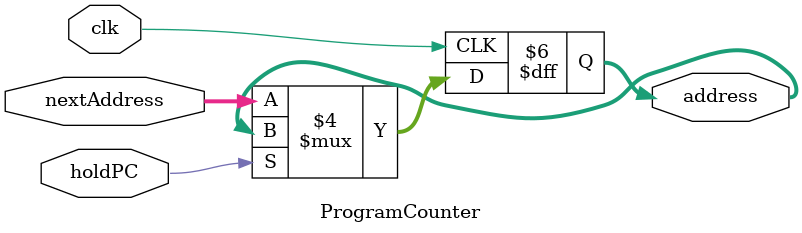
<source format=v>
`timescale 1ns/1ps
module ProgramCounter(
  input clk,
  input holdPC,
  input wire [31:0] nextAddress,
  output reg [31:0] address
);

  initial begin // Анхны утга олгох
    address <= 32'hfffffffc; // Хаяг = "-4"
  end

  always @(posedge clk) begin // Клокны өсөх фронт ирэх бүрд
    if(!holdPC) // Hold сигнал идэвхжээгүй бол
      address <= nextAddress; // Дараагийн хаягийг гаргах
  end

endmodule
</source>
